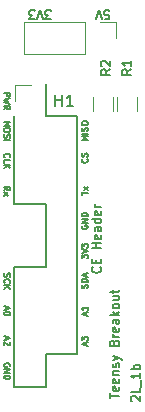
<source format=gbr>
G04 #@! TF.FileFunction,Legend,Top*
%FSLAX46Y46*%
G04 Gerber Fmt 4.6, Leading zero omitted, Abs format (unit mm)*
G04 Created by KiCad (PCBNEW 4.0.0-rc1-stable) date 30/03/2017 16:27:04*
%MOMM*%
G01*
G04 APERTURE LIST*
%ADD10C,0.076200*%
%ADD11C,0.127000*%
%ADD12C,0.120000*%
%ADD13C,0.150000*%
G04 APERTURE END LIST*
D10*
D11*
X109056714Y-129322286D02*
X109056714Y-128886857D01*
X109818714Y-129104571D02*
X109056714Y-129104571D01*
X109782429Y-128342572D02*
X109818714Y-128415143D01*
X109818714Y-128560286D01*
X109782429Y-128632857D01*
X109709857Y-128669143D01*
X109419571Y-128669143D01*
X109347000Y-128632857D01*
X109310714Y-128560286D01*
X109310714Y-128415143D01*
X109347000Y-128342572D01*
X109419571Y-128306286D01*
X109492143Y-128306286D01*
X109564714Y-128669143D01*
X109782429Y-127689429D02*
X109818714Y-127762000D01*
X109818714Y-127907143D01*
X109782429Y-127979714D01*
X109709857Y-128016000D01*
X109419571Y-128016000D01*
X109347000Y-127979714D01*
X109310714Y-127907143D01*
X109310714Y-127762000D01*
X109347000Y-127689429D01*
X109419571Y-127653143D01*
X109492143Y-127653143D01*
X109564714Y-128016000D01*
X109310714Y-127326571D02*
X109818714Y-127326571D01*
X109383286Y-127326571D02*
X109347000Y-127290286D01*
X109310714Y-127217714D01*
X109310714Y-127108857D01*
X109347000Y-127036286D01*
X109419571Y-127000000D01*
X109818714Y-127000000D01*
X109782429Y-126673428D02*
X109818714Y-126600857D01*
X109818714Y-126455714D01*
X109782429Y-126383142D01*
X109709857Y-126346857D01*
X109673571Y-126346857D01*
X109601000Y-126383142D01*
X109564714Y-126455714D01*
X109564714Y-126564571D01*
X109528429Y-126637142D01*
X109455857Y-126673428D01*
X109419571Y-126673428D01*
X109347000Y-126637142D01*
X109310714Y-126564571D01*
X109310714Y-126455714D01*
X109347000Y-126383142D01*
X109310714Y-126092857D02*
X109818714Y-125911428D01*
X109310714Y-125730000D02*
X109818714Y-125911428D01*
X110000143Y-125984000D01*
X110036429Y-126020285D01*
X110072714Y-126092857D01*
X109419571Y-124605143D02*
X109455857Y-124496286D01*
X109492143Y-124460001D01*
X109564714Y-124423715D01*
X109673571Y-124423715D01*
X109746143Y-124460001D01*
X109782429Y-124496286D01*
X109818714Y-124568858D01*
X109818714Y-124859143D01*
X109056714Y-124859143D01*
X109056714Y-124605143D01*
X109093000Y-124532572D01*
X109129286Y-124496286D01*
X109201857Y-124460001D01*
X109274429Y-124460001D01*
X109347000Y-124496286D01*
X109383286Y-124532572D01*
X109419571Y-124605143D01*
X109419571Y-124859143D01*
X109818714Y-124097143D02*
X109310714Y-124097143D01*
X109455857Y-124097143D02*
X109383286Y-124060858D01*
X109347000Y-124024572D01*
X109310714Y-123952001D01*
X109310714Y-123879429D01*
X109782429Y-123335144D02*
X109818714Y-123407715D01*
X109818714Y-123552858D01*
X109782429Y-123625429D01*
X109709857Y-123661715D01*
X109419571Y-123661715D01*
X109347000Y-123625429D01*
X109310714Y-123552858D01*
X109310714Y-123407715D01*
X109347000Y-123335144D01*
X109419571Y-123298858D01*
X109492143Y-123298858D01*
X109564714Y-123661715D01*
X109818714Y-122645715D02*
X109419571Y-122645715D01*
X109347000Y-122682001D01*
X109310714Y-122754572D01*
X109310714Y-122899715D01*
X109347000Y-122972286D01*
X109782429Y-122645715D02*
X109818714Y-122718286D01*
X109818714Y-122899715D01*
X109782429Y-122972286D01*
X109709857Y-123008572D01*
X109637286Y-123008572D01*
X109564714Y-122972286D01*
X109528429Y-122899715D01*
X109528429Y-122718286D01*
X109492143Y-122645715D01*
X109818714Y-122282857D02*
X109056714Y-122282857D01*
X109528429Y-122210286D02*
X109818714Y-121992572D01*
X109310714Y-121992572D02*
X109601000Y-122282857D01*
X109818714Y-121557143D02*
X109782429Y-121629715D01*
X109746143Y-121666000D01*
X109673571Y-121702286D01*
X109455857Y-121702286D01*
X109383286Y-121666000D01*
X109347000Y-121629715D01*
X109310714Y-121557143D01*
X109310714Y-121448286D01*
X109347000Y-121375715D01*
X109383286Y-121339429D01*
X109455857Y-121303143D01*
X109673571Y-121303143D01*
X109746143Y-121339429D01*
X109782429Y-121375715D01*
X109818714Y-121448286D01*
X109818714Y-121557143D01*
X109310714Y-120650000D02*
X109818714Y-120650000D01*
X109310714Y-120976571D02*
X109709857Y-120976571D01*
X109782429Y-120940286D01*
X109818714Y-120867714D01*
X109818714Y-120758857D01*
X109782429Y-120686286D01*
X109746143Y-120650000D01*
X109310714Y-120396000D02*
X109310714Y-120105714D01*
X109056714Y-120287142D02*
X109709857Y-120287142D01*
X109782429Y-120250857D01*
X109818714Y-120178285D01*
X109818714Y-120105714D01*
X100100190Y-103462667D02*
X100608190Y-103462667D01*
X100608190Y-103656191D01*
X100584000Y-103704572D01*
X100559810Y-103728763D01*
X100511429Y-103752953D01*
X100438857Y-103752953D01*
X100390476Y-103728763D01*
X100366286Y-103704572D01*
X100342095Y-103656191D01*
X100342095Y-103462667D01*
X100608190Y-103922286D02*
X100100190Y-104043239D01*
X100463048Y-104140001D01*
X100100190Y-104236763D01*
X100608190Y-104357715D01*
X100100190Y-104841524D02*
X100342095Y-104672191D01*
X100100190Y-104551238D02*
X100608190Y-104551238D01*
X100608190Y-104744762D01*
X100584000Y-104793143D01*
X100559810Y-104817334D01*
X100511429Y-104841524D01*
X100438857Y-104841524D01*
X100390476Y-104817334D01*
X100366286Y-104793143D01*
X100342095Y-104744762D01*
X100342095Y-104551238D01*
X100100190Y-105881714D02*
X100608190Y-105881714D01*
X100245333Y-106051048D01*
X100608190Y-106220381D01*
X100100190Y-106220381D01*
X100608190Y-106559047D02*
X100608190Y-106655809D01*
X100584000Y-106704190D01*
X100535619Y-106752571D01*
X100438857Y-106776762D01*
X100269524Y-106776762D01*
X100172762Y-106752571D01*
X100124381Y-106704190D01*
X100100190Y-106655809D01*
X100100190Y-106559047D01*
X100124381Y-106510666D01*
X100172762Y-106462285D01*
X100269524Y-106438095D01*
X100438857Y-106438095D01*
X100535619Y-106462285D01*
X100584000Y-106510666D01*
X100608190Y-106559047D01*
X100124381Y-106970285D02*
X100100190Y-107042856D01*
X100100190Y-107163809D01*
X100124381Y-107212190D01*
X100148571Y-107236380D01*
X100196952Y-107260571D01*
X100245333Y-107260571D01*
X100293714Y-107236380D01*
X100317905Y-107212190D01*
X100342095Y-107163809D01*
X100366286Y-107067047D01*
X100390476Y-107018666D01*
X100414667Y-106994475D01*
X100463048Y-106970285D01*
X100511429Y-106970285D01*
X100559810Y-106994475D01*
X100584000Y-107018666D01*
X100608190Y-107067047D01*
X100608190Y-107187999D01*
X100584000Y-107260571D01*
X100100190Y-107478285D02*
X100608190Y-107478285D01*
X100148571Y-108917619D02*
X100124381Y-108893429D01*
X100100190Y-108820857D01*
X100100190Y-108772476D01*
X100124381Y-108699905D01*
X100172762Y-108651524D01*
X100221143Y-108627333D01*
X100317905Y-108603143D01*
X100390476Y-108603143D01*
X100487238Y-108627333D01*
X100535619Y-108651524D01*
X100584000Y-108699905D01*
X100608190Y-108772476D01*
X100608190Y-108820857D01*
X100584000Y-108893429D01*
X100559810Y-108917619D01*
X100100190Y-109377238D02*
X100100190Y-109135333D01*
X100608190Y-109135333D01*
X100100190Y-109546571D02*
X100608190Y-109546571D01*
X100100190Y-109836857D02*
X100390476Y-109619143D01*
X100608190Y-109836857D02*
X100317905Y-109546571D01*
X100100190Y-111711619D02*
X100342095Y-111542286D01*
X100100190Y-111421333D02*
X100608190Y-111421333D01*
X100608190Y-111614857D01*
X100584000Y-111663238D01*
X100559810Y-111687429D01*
X100511429Y-111711619D01*
X100438857Y-111711619D01*
X100390476Y-111687429D01*
X100366286Y-111663238D01*
X100342095Y-111614857D01*
X100342095Y-111421333D01*
X100100190Y-111880952D02*
X100438857Y-112147048D01*
X100438857Y-111880952D02*
X100100190Y-112147048D01*
X100124381Y-118726857D02*
X100100190Y-118799428D01*
X100100190Y-118920381D01*
X100124381Y-118968762D01*
X100148571Y-118992952D01*
X100196952Y-119017143D01*
X100245333Y-119017143D01*
X100293714Y-118992952D01*
X100317905Y-118968762D01*
X100342095Y-118920381D01*
X100366286Y-118823619D01*
X100390476Y-118775238D01*
X100414667Y-118751047D01*
X100463048Y-118726857D01*
X100511429Y-118726857D01*
X100559810Y-118751047D01*
X100584000Y-118775238D01*
X100608190Y-118823619D01*
X100608190Y-118944571D01*
X100584000Y-119017143D01*
X100148571Y-119525143D02*
X100124381Y-119500953D01*
X100100190Y-119428381D01*
X100100190Y-119380000D01*
X100124381Y-119307429D01*
X100172762Y-119259048D01*
X100221143Y-119234857D01*
X100317905Y-119210667D01*
X100390476Y-119210667D01*
X100487238Y-119234857D01*
X100535619Y-119259048D01*
X100584000Y-119307429D01*
X100608190Y-119380000D01*
X100608190Y-119428381D01*
X100584000Y-119500953D01*
X100559810Y-119525143D01*
X100100190Y-119742857D02*
X100608190Y-119742857D01*
X100100190Y-120033143D02*
X100390476Y-119815429D01*
X100608190Y-120033143D02*
X100317905Y-119742857D01*
X100245333Y-121557143D02*
X100245333Y-121799048D01*
X100100190Y-121508762D02*
X100608190Y-121678095D01*
X100100190Y-121847429D01*
X100608190Y-122113524D02*
X100608190Y-122161905D01*
X100584000Y-122210286D01*
X100559810Y-122234477D01*
X100511429Y-122258667D01*
X100414667Y-122282858D01*
X100293714Y-122282858D01*
X100196952Y-122258667D01*
X100148571Y-122234477D01*
X100124381Y-122210286D01*
X100100190Y-122161905D01*
X100100190Y-122113524D01*
X100124381Y-122065143D01*
X100148571Y-122040953D01*
X100196952Y-122016762D01*
X100293714Y-121992572D01*
X100414667Y-121992572D01*
X100511429Y-122016762D01*
X100559810Y-122040953D01*
X100584000Y-122065143D01*
X100608190Y-122113524D01*
X100245333Y-124097143D02*
X100245333Y-124339048D01*
X100100190Y-124048762D02*
X100608190Y-124218095D01*
X100100190Y-124387429D01*
X100559810Y-124532572D02*
X100584000Y-124556762D01*
X100608190Y-124605143D01*
X100608190Y-124726096D01*
X100584000Y-124774477D01*
X100559810Y-124798667D01*
X100511429Y-124822858D01*
X100463048Y-124822858D01*
X100390476Y-124798667D01*
X100100190Y-124508381D01*
X100100190Y-124822858D01*
X100584000Y-126612953D02*
X100608190Y-126564572D01*
X100608190Y-126492000D01*
X100584000Y-126419429D01*
X100535619Y-126371048D01*
X100487238Y-126346857D01*
X100390476Y-126322667D01*
X100317905Y-126322667D01*
X100221143Y-126346857D01*
X100172762Y-126371048D01*
X100124381Y-126419429D01*
X100100190Y-126492000D01*
X100100190Y-126540381D01*
X100124381Y-126612953D01*
X100148571Y-126637143D01*
X100317905Y-126637143D01*
X100317905Y-126540381D01*
X100100190Y-126854857D02*
X100608190Y-126854857D01*
X100100190Y-127145143D01*
X100608190Y-127145143D01*
X100100190Y-127387047D02*
X100608190Y-127387047D01*
X100608190Y-127508000D01*
X100584000Y-127580571D01*
X100535619Y-127628952D01*
X100487238Y-127653143D01*
X100390476Y-127677333D01*
X100317905Y-127677333D01*
X100221143Y-127653143D01*
X100172762Y-127628952D01*
X100124381Y-127580571D01*
X100100190Y-127508000D01*
X100100190Y-127387047D01*
X107018667Y-124822857D02*
X107018667Y-124580952D01*
X107163810Y-124871238D02*
X106655810Y-124701905D01*
X107163810Y-124532571D01*
X106655810Y-124411619D02*
X106655810Y-124097142D01*
X106849333Y-124266476D01*
X106849333Y-124193904D01*
X106873524Y-124145523D01*
X106897714Y-124121333D01*
X106946095Y-124097142D01*
X107067048Y-124097142D01*
X107115429Y-124121333D01*
X107139619Y-124145523D01*
X107163810Y-124193904D01*
X107163810Y-124339047D01*
X107139619Y-124387428D01*
X107115429Y-124411619D01*
X107018667Y-122282857D02*
X107018667Y-122040952D01*
X107163810Y-122331238D02*
X106655810Y-122161905D01*
X107163810Y-121992571D01*
X107163810Y-121557142D02*
X107163810Y-121847428D01*
X107163810Y-121702285D02*
X106655810Y-121702285D01*
X106728381Y-121750666D01*
X106776762Y-121799047D01*
X106800952Y-121847428D01*
X107139619Y-119996857D02*
X107163810Y-119924286D01*
X107163810Y-119803333D01*
X107139619Y-119754952D01*
X107115429Y-119730762D01*
X107067048Y-119706571D01*
X107018667Y-119706571D01*
X106970286Y-119730762D01*
X106946095Y-119754952D01*
X106921905Y-119803333D01*
X106897714Y-119900095D01*
X106873524Y-119948476D01*
X106849333Y-119972667D01*
X106800952Y-119996857D01*
X106752571Y-119996857D01*
X106704190Y-119972667D01*
X106680000Y-119948476D01*
X106655810Y-119900095D01*
X106655810Y-119779143D01*
X106680000Y-119706571D01*
X107163810Y-119488857D02*
X106655810Y-119488857D01*
X106655810Y-119367904D01*
X106680000Y-119295333D01*
X106728381Y-119246952D01*
X106776762Y-119222761D01*
X106873524Y-119198571D01*
X106946095Y-119198571D01*
X107042857Y-119222761D01*
X107091238Y-119246952D01*
X107139619Y-119295333D01*
X107163810Y-119367904D01*
X107163810Y-119488857D01*
X107018667Y-119005047D02*
X107018667Y-118763142D01*
X107163810Y-119053428D02*
X106655810Y-118884095D01*
X107163810Y-118714761D01*
X106655810Y-117468953D02*
X106655810Y-117154476D01*
X106849333Y-117323810D01*
X106849333Y-117251238D01*
X106873524Y-117202857D01*
X106897714Y-117178667D01*
X106946095Y-117154476D01*
X107067048Y-117154476D01*
X107115429Y-117178667D01*
X107139619Y-117202857D01*
X107163810Y-117251238D01*
X107163810Y-117396381D01*
X107139619Y-117444762D01*
X107115429Y-117468953D01*
X106655810Y-117009333D02*
X107163810Y-116840000D01*
X106655810Y-116670666D01*
X106655810Y-116549714D02*
X106655810Y-116235237D01*
X106849333Y-116404571D01*
X106849333Y-116331999D01*
X106873524Y-116283618D01*
X106897714Y-116259428D01*
X106946095Y-116235237D01*
X107067048Y-116235237D01*
X107115429Y-116259428D01*
X107139619Y-116283618D01*
X107163810Y-116331999D01*
X107163810Y-116477142D01*
X107139619Y-116525523D01*
X107115429Y-116549714D01*
X106680000Y-114687047D02*
X106655810Y-114735428D01*
X106655810Y-114808000D01*
X106680000Y-114880571D01*
X106728381Y-114928952D01*
X106776762Y-114953143D01*
X106873524Y-114977333D01*
X106946095Y-114977333D01*
X107042857Y-114953143D01*
X107091238Y-114928952D01*
X107139619Y-114880571D01*
X107163810Y-114808000D01*
X107163810Y-114759619D01*
X107139619Y-114687047D01*
X107115429Y-114662857D01*
X106946095Y-114662857D01*
X106946095Y-114759619D01*
X107163810Y-114445143D02*
X106655810Y-114445143D01*
X107163810Y-114154857D01*
X106655810Y-114154857D01*
X107163810Y-113912953D02*
X106655810Y-113912953D01*
X106655810Y-113792000D01*
X106680000Y-113719429D01*
X106728381Y-113671048D01*
X106776762Y-113646857D01*
X106873524Y-113622667D01*
X106946095Y-113622667D01*
X107042857Y-113646857D01*
X107091238Y-113671048D01*
X107139619Y-113719429D01*
X107163810Y-113792000D01*
X107163810Y-113912953D01*
X106655810Y-112110762D02*
X106655810Y-111820476D01*
X107163810Y-111965619D02*
X106655810Y-111965619D01*
X107163810Y-111699524D02*
X106825143Y-111433428D01*
X106825143Y-111699524D02*
X107163810Y-111433428D01*
X107115429Y-109050667D02*
X107139619Y-109074857D01*
X107163810Y-109147429D01*
X107163810Y-109195810D01*
X107139619Y-109268381D01*
X107091238Y-109316762D01*
X107042857Y-109340953D01*
X106946095Y-109365143D01*
X106873524Y-109365143D01*
X106776762Y-109340953D01*
X106728381Y-109316762D01*
X106680000Y-109268381D01*
X106655810Y-109195810D01*
X106655810Y-109147429D01*
X106680000Y-109074857D01*
X106704190Y-109050667D01*
X107139619Y-108857143D02*
X107163810Y-108784572D01*
X107163810Y-108663619D01*
X107139619Y-108615238D01*
X107115429Y-108591048D01*
X107067048Y-108566857D01*
X107018667Y-108566857D01*
X106970286Y-108591048D01*
X106946095Y-108615238D01*
X106921905Y-108663619D01*
X106897714Y-108760381D01*
X106873524Y-108808762D01*
X106849333Y-108832953D01*
X106800952Y-108857143D01*
X106752571Y-108857143D01*
X106704190Y-108832953D01*
X106680000Y-108808762D01*
X106655810Y-108760381D01*
X106655810Y-108639429D01*
X106680000Y-108566857D01*
X107163810Y-107478286D02*
X106655810Y-107478286D01*
X107018667Y-107308952D01*
X106655810Y-107139619D01*
X107163810Y-107139619D01*
X107163810Y-106897715D02*
X106655810Y-106897715D01*
X107139619Y-106680000D02*
X107163810Y-106607429D01*
X107163810Y-106486476D01*
X107139619Y-106438095D01*
X107115429Y-106413905D01*
X107067048Y-106389714D01*
X107018667Y-106389714D01*
X106970286Y-106413905D01*
X106946095Y-106438095D01*
X106921905Y-106486476D01*
X106897714Y-106583238D01*
X106873524Y-106631619D01*
X106849333Y-106655810D01*
X106800952Y-106680000D01*
X106752571Y-106680000D01*
X106704190Y-106655810D01*
X106680000Y-106631619D01*
X106655810Y-106583238D01*
X106655810Y-106462286D01*
X106680000Y-106389714D01*
X106655810Y-106075238D02*
X106655810Y-105978476D01*
X106680000Y-105930095D01*
X106728381Y-105881714D01*
X106825143Y-105857523D01*
X106994476Y-105857523D01*
X107091238Y-105881714D01*
X107139619Y-105930095D01*
X107163810Y-105978476D01*
X107163810Y-106075238D01*
X107139619Y-106123619D01*
X107091238Y-106172000D01*
X106994476Y-106196190D01*
X106825143Y-106196190D01*
X106728381Y-106172000D01*
X106680000Y-106123619D01*
X106655810Y-106075238D01*
X110907286Y-129539999D02*
X110871000Y-129503713D01*
X110834714Y-129431142D01*
X110834714Y-129249713D01*
X110871000Y-129177142D01*
X110907286Y-129140856D01*
X110979857Y-129104571D01*
X111052429Y-129104571D01*
X111161286Y-129140856D01*
X111596714Y-129576285D01*
X111596714Y-129104571D01*
X111596714Y-128415142D02*
X111596714Y-128777999D01*
X110834714Y-128777999D01*
X111669286Y-128342571D02*
X111669286Y-127762000D01*
X111596714Y-127181429D02*
X111596714Y-127616857D01*
X111596714Y-127399143D02*
X110834714Y-127399143D01*
X110943571Y-127471714D01*
X111016143Y-127544286D01*
X111052429Y-127616857D01*
X111596714Y-126854857D02*
X110834714Y-126854857D01*
X111125000Y-126854857D02*
X111088714Y-126782286D01*
X111088714Y-126637143D01*
X111125000Y-126564572D01*
X111161286Y-126528286D01*
X111233857Y-126492000D01*
X111451571Y-126492000D01*
X111524143Y-126528286D01*
X111560429Y-126564572D01*
X111596714Y-126637143D01*
X111596714Y-126782286D01*
X111560429Y-126854857D01*
X108222143Y-118200715D02*
X108258429Y-118237001D01*
X108294714Y-118345858D01*
X108294714Y-118418429D01*
X108258429Y-118527286D01*
X108185857Y-118599858D01*
X108113286Y-118636143D01*
X107968143Y-118672429D01*
X107859286Y-118672429D01*
X107714143Y-118636143D01*
X107641571Y-118599858D01*
X107569000Y-118527286D01*
X107532714Y-118418429D01*
X107532714Y-118345858D01*
X107569000Y-118237001D01*
X107605286Y-118200715D01*
X107895571Y-117874143D02*
X107895571Y-117620143D01*
X108294714Y-117511286D02*
X108294714Y-117874143D01*
X107532714Y-117874143D01*
X107532714Y-117511286D01*
X108294714Y-116604143D02*
X107532714Y-116604143D01*
X107895571Y-116604143D02*
X107895571Y-116168715D01*
X108294714Y-116168715D02*
X107532714Y-116168715D01*
X108258429Y-115515572D02*
X108294714Y-115588143D01*
X108294714Y-115733286D01*
X108258429Y-115805857D01*
X108185857Y-115842143D01*
X107895571Y-115842143D01*
X107823000Y-115805857D01*
X107786714Y-115733286D01*
X107786714Y-115588143D01*
X107823000Y-115515572D01*
X107895571Y-115479286D01*
X107968143Y-115479286D01*
X108040714Y-115842143D01*
X108294714Y-114826143D02*
X107895571Y-114826143D01*
X107823000Y-114862429D01*
X107786714Y-114935000D01*
X107786714Y-115080143D01*
X107823000Y-115152714D01*
X108258429Y-114826143D02*
X108294714Y-114898714D01*
X108294714Y-115080143D01*
X108258429Y-115152714D01*
X108185857Y-115189000D01*
X108113286Y-115189000D01*
X108040714Y-115152714D01*
X108004429Y-115080143D01*
X108004429Y-114898714D01*
X107968143Y-114826143D01*
X108294714Y-114136714D02*
X107532714Y-114136714D01*
X108258429Y-114136714D02*
X108294714Y-114209285D01*
X108294714Y-114354428D01*
X108258429Y-114427000D01*
X108222143Y-114463285D01*
X108149571Y-114499571D01*
X107931857Y-114499571D01*
X107859286Y-114463285D01*
X107823000Y-114427000D01*
X107786714Y-114354428D01*
X107786714Y-114209285D01*
X107823000Y-114136714D01*
X108258429Y-113483571D02*
X108294714Y-113556142D01*
X108294714Y-113701285D01*
X108258429Y-113773856D01*
X108185857Y-113810142D01*
X107895571Y-113810142D01*
X107823000Y-113773856D01*
X107786714Y-113701285D01*
X107786714Y-113556142D01*
X107823000Y-113483571D01*
X107895571Y-113447285D01*
X107968143Y-113447285D01*
X108040714Y-113810142D01*
X108294714Y-113120713D02*
X107786714Y-113120713D01*
X107931857Y-113120713D02*
X107859286Y-113084428D01*
X107823000Y-113048142D01*
X107786714Y-112975571D01*
X107786714Y-112902999D01*
X104067428Y-97191286D02*
X103595714Y-97191286D01*
X103849714Y-96901000D01*
X103740856Y-96901000D01*
X103668285Y-96864714D01*
X103631999Y-96828429D01*
X103595714Y-96755857D01*
X103595714Y-96574429D01*
X103631999Y-96501857D01*
X103668285Y-96465571D01*
X103740856Y-96429286D01*
X103958571Y-96429286D01*
X104031142Y-96465571D01*
X104067428Y-96501857D01*
X103378000Y-97191286D02*
X103124000Y-96429286D01*
X102870000Y-97191286D01*
X102688571Y-97191286D02*
X102216857Y-97191286D01*
X102470857Y-96901000D01*
X102361999Y-96901000D01*
X102289428Y-96864714D01*
X102253142Y-96828429D01*
X102216857Y-96755857D01*
X102216857Y-96574429D01*
X102253142Y-96501857D01*
X102289428Y-96465571D01*
X102361999Y-96429286D01*
X102579714Y-96429286D01*
X102652285Y-96465571D01*
X102688571Y-96501857D01*
X108603142Y-97191286D02*
X108965999Y-97191286D01*
X109002285Y-96828429D01*
X108965999Y-96864714D01*
X108893428Y-96901000D01*
X108711999Y-96901000D01*
X108639428Y-96864714D01*
X108603142Y-96828429D01*
X108566857Y-96755857D01*
X108566857Y-96574429D01*
X108603142Y-96501857D01*
X108639428Y-96465571D01*
X108711999Y-96429286D01*
X108893428Y-96429286D01*
X108965999Y-96465571D01*
X109002285Y-96501857D01*
X108349143Y-97191286D02*
X108095143Y-96429286D01*
X107841143Y-97191286D01*
D12*
X106934000Y-97476000D02*
X101794000Y-97476000D01*
X101794000Y-97476000D02*
X101794000Y-100136000D01*
X101794000Y-100136000D02*
X106934000Y-100136000D01*
X106934000Y-100136000D02*
X106934000Y-97476000D01*
X108204000Y-97476000D02*
X109534000Y-97476000D01*
X109534000Y-97476000D02*
X109534000Y-98806000D01*
X111370000Y-103794000D02*
X111370000Y-104994000D01*
X109610000Y-104994000D02*
X109610000Y-103794000D01*
X107578000Y-104994000D02*
X107578000Y-103794000D01*
X109338000Y-103794000D02*
X109338000Y-104994000D01*
D13*
X100965000Y-128397000D02*
X100965000Y-118237000D01*
X100965000Y-118237000D02*
X103632000Y-118237000D01*
X103632000Y-118237000D02*
X103632000Y-112903000D01*
X103632000Y-112903000D02*
X100965000Y-112903000D01*
X100965000Y-112903000D02*
X100965000Y-105410000D01*
X103632000Y-128397000D02*
X100965000Y-128397000D01*
X106299000Y-105410000D02*
X106299000Y-125603000D01*
X106299000Y-125603000D02*
X103632000Y-125603000D01*
X103632000Y-125603000D02*
X103632000Y-128397000D01*
X106292000Y-105410000D02*
X103632000Y-105410000D01*
X103632000Y-105410000D02*
X103632000Y-102743000D01*
D12*
X100972000Y-104140000D02*
X100972000Y-102750000D01*
X100972000Y-102750000D02*
X102362000Y-102750000D01*
D11*
X110834714Y-101473000D02*
X110471857Y-101727000D01*
X110834714Y-101908428D02*
X110072714Y-101908428D01*
X110072714Y-101618143D01*
X110109000Y-101545571D01*
X110145286Y-101509286D01*
X110217857Y-101473000D01*
X110326714Y-101473000D01*
X110399286Y-101509286D01*
X110435571Y-101545571D01*
X110471857Y-101618143D01*
X110471857Y-101908428D01*
X110834714Y-100747286D02*
X110834714Y-101182714D01*
X110834714Y-100965000D02*
X110072714Y-100965000D01*
X110181571Y-101037571D01*
X110254143Y-101110143D01*
X110290429Y-101182714D01*
X109056714Y-101473000D02*
X108693857Y-101727000D01*
X109056714Y-101908428D02*
X108294714Y-101908428D01*
X108294714Y-101618143D01*
X108331000Y-101545571D01*
X108367286Y-101509286D01*
X108439857Y-101473000D01*
X108548714Y-101473000D01*
X108621286Y-101509286D01*
X108657571Y-101545571D01*
X108693857Y-101618143D01*
X108693857Y-101908428D01*
X108367286Y-101182714D02*
X108331000Y-101146428D01*
X108294714Y-101073857D01*
X108294714Y-100892428D01*
X108331000Y-100819857D01*
X108367286Y-100783571D01*
X108439857Y-100747286D01*
X108512429Y-100747286D01*
X108621286Y-100783571D01*
X109056714Y-101219000D01*
X109056714Y-100747286D01*
D13*
X104394095Y-104592381D02*
X104394095Y-103592381D01*
X104394095Y-104068571D02*
X104965524Y-104068571D01*
X104965524Y-104592381D02*
X104965524Y-103592381D01*
X105965524Y-104592381D02*
X105394095Y-104592381D01*
X105679809Y-104592381D02*
X105679809Y-103592381D01*
X105584571Y-103735238D01*
X105489333Y-103830476D01*
X105394095Y-103878095D01*
M02*

</source>
